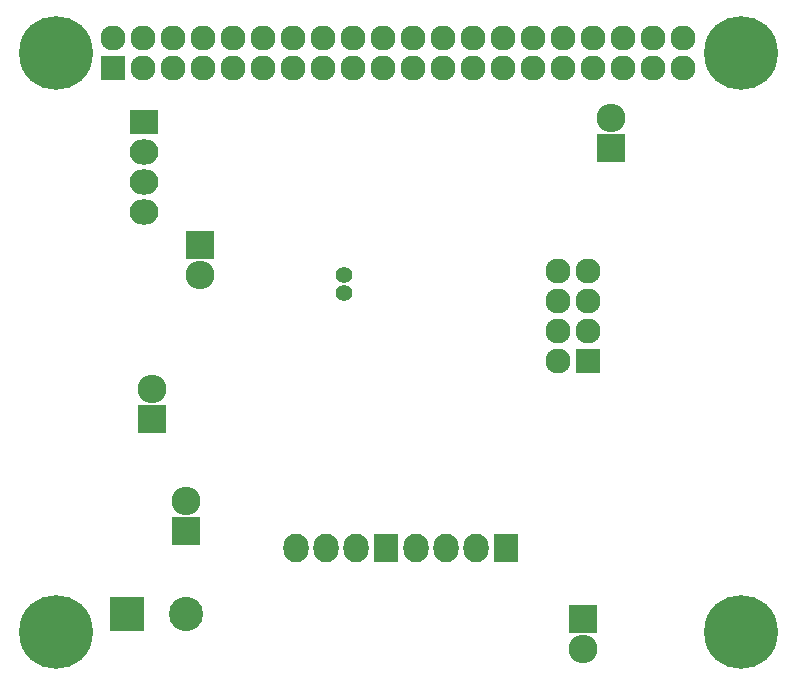
<source format=gbs>
G04 #@! TF.FileFunction,Soldermask,Bot*
%FSLAX46Y46*%
G04 Gerber Fmt 4.6, Leading zero omitted, Abs format (unit mm)*
G04 Created by KiCad (PCBNEW 4.0.2+e4-6225~38~ubuntu15.04.1-stable) date Sat 22 Oct 2016 20:53:22 ACDT*
%MOMM*%
G01*
G04 APERTURE LIST*
%ADD10C,0.100000*%
%ADD11R,2.127200X2.127200*%
%ADD12O,2.127200X2.127200*%
%ADD13C,6.250000*%
%ADD14R,2.900000X2.900000*%
%ADD15C,2.900000*%
%ADD16R,2.127200X2.432000*%
%ADD17O,2.127200X2.432000*%
%ADD18R,2.432000X2.127200*%
%ADD19O,2.432000X2.127200*%
%ADD20R,2.432000X2.432000*%
%ADD21O,2.432000X2.432000*%
%ADD22C,1.400760*%
G04 APERTURE END LIST*
D10*
D11*
X98371100Y-64773600D03*
D12*
X98371100Y-62233600D03*
X100911100Y-64773600D03*
X100911100Y-62233600D03*
X103451100Y-64773600D03*
X103451100Y-62233600D03*
X105991100Y-64773600D03*
X105991100Y-62233600D03*
X108531100Y-64773600D03*
X108531100Y-62233600D03*
X111071100Y-64773600D03*
X111071100Y-62233600D03*
X113611100Y-64773600D03*
X113611100Y-62233600D03*
X116151100Y-64773600D03*
X116151100Y-62233600D03*
X118691100Y-64773600D03*
X118691100Y-62233600D03*
X121231100Y-64773600D03*
X121231100Y-62233600D03*
X123771100Y-64773600D03*
X123771100Y-62233600D03*
X126311100Y-64773600D03*
X126311100Y-62233600D03*
X128851100Y-64773600D03*
X128851100Y-62233600D03*
X131391100Y-64773600D03*
X131391100Y-62233600D03*
X133931100Y-64773600D03*
X133931100Y-62233600D03*
X136471100Y-64773600D03*
X136471100Y-62233600D03*
X139011100Y-64773600D03*
X139011100Y-62233600D03*
X141551100Y-64773600D03*
X141551100Y-62233600D03*
X144091100Y-64773600D03*
X144091100Y-62233600D03*
X146631100Y-64773600D03*
X146631100Y-62233600D03*
D13*
X93501100Y-63503600D03*
X151501100Y-63503600D03*
X93501100Y-112503600D03*
X151501100Y-112503600D03*
D14*
X99500000Y-111000000D03*
D15*
X104500000Y-111000000D03*
D16*
X121420000Y-105410000D03*
D17*
X118880000Y-105410000D03*
X116340000Y-105410000D03*
X113800000Y-105410000D03*
D16*
X131580000Y-105410000D03*
D17*
X129040000Y-105410000D03*
X126500000Y-105410000D03*
X123960000Y-105410000D03*
D18*
X100972000Y-69338000D03*
D19*
X100972000Y-71878000D03*
X100972000Y-74418000D03*
X100972000Y-76958000D03*
D20*
X140500000Y-71540000D03*
D21*
X140500000Y-69000000D03*
D20*
X105672000Y-79756000D03*
D21*
X105672000Y-82296000D03*
D11*
X138540000Y-89540000D03*
D12*
X136000000Y-89540000D03*
X138540000Y-87000000D03*
X136000000Y-87000000D03*
X138540000Y-84460000D03*
X136000000Y-84460000D03*
X138540000Y-81920000D03*
X136000000Y-81920000D03*
D22*
X117864000Y-83820000D03*
X117864000Y-82321400D03*
D20*
X104500000Y-104000000D03*
D21*
X104500000Y-101460000D03*
D20*
X101608000Y-94488000D03*
D21*
X101608000Y-91948000D03*
D20*
X138100000Y-111460000D03*
D21*
X138100000Y-114000000D03*
M02*

</source>
